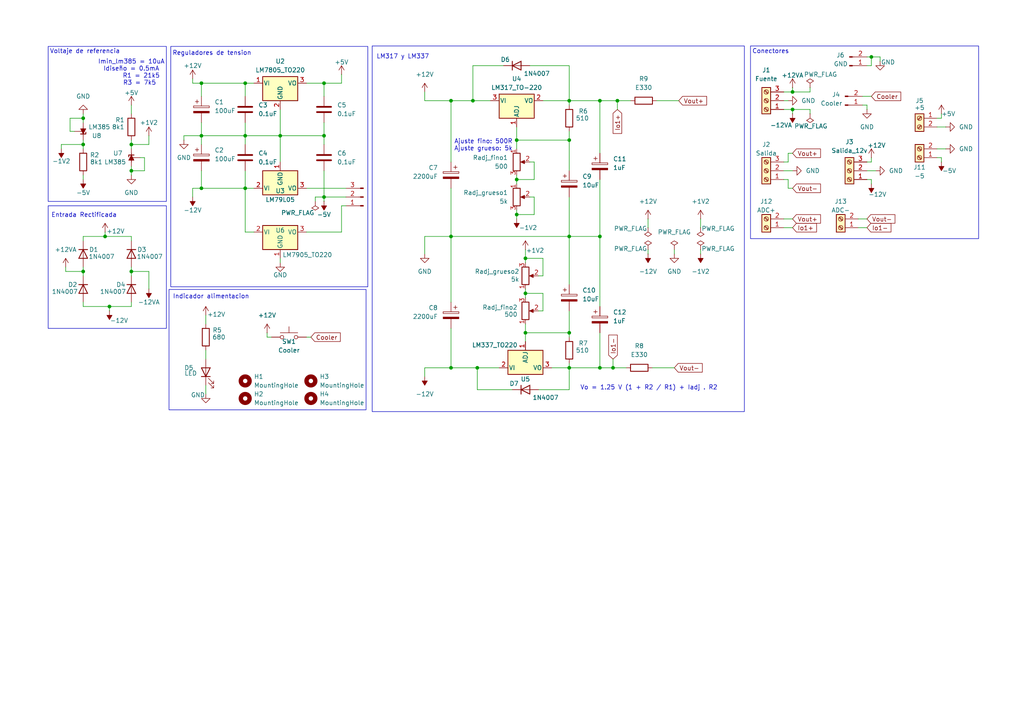
<source format=kicad_sch>
(kicad_sch (version 20231120) (generator "eeschema") (generator_version "8.0")
  (paper "A4")
  (junction (at 38.1 78.74))
  (junction (at 165.1 40.64))
  (junction (at 179.07 29.21))
  (junction (at 152.4 85.09))
  (junction (at 93.98 24.13))
  (junction (at 173.99 68.58))
  (junction (at 138.43 106.68))
  (junction (at 165.1 68.58))
  (junction (at 165.1 106.68))
  (junction (at 229.87 26.67))
  (junction (at 130.81 68.58))
  (junction (at 24.13 41.91))
  (junction (at 149.86 52.07))
  (junction (at 31.75 88.9))
  (junction (at 152.4 96.52))
  (junction (at 130.81 29.21))
  (junction (at 93.98 39.37))
  (junction (at 149.86 40.64))
  (junction (at 38.1 41.91))
  (junction (at 130.81 106.68))
  (junction (at 149.86 62.23))
  (junction (at 165.1 29.21))
  (junction (at 137.16 29.21))
  (junction (at 252.73 16.51))
  (junction (at 24.13 78.74))
  (junction (at 24.13 34.29))
  (junction (at 58.42 39.37))
  (junction (at 81.28 39.37))
  (junction (at 177.8 106.68))
  (junction (at 165.1 96.52))
  (junction (at 71.12 39.37))
  (junction (at 71.12 24.13))
  (junction (at 173.99 29.21))
  (junction (at 58.42 54.61))
  (junction (at 58.42 24.13))
  (junction (at 71.12 54.61))
  (junction (at 152.4 74.93))
  (junction (at 38.1 49.53))
  (junction (at 30.48 68.58))
  (junction (at 93.98 57.15))
  (junction (at 229.87 31.75))
  (junction (at 173.99 106.68))
  (wire (pts (xy 123.19 26.67) (xy 123.19 29.21)))
  (wire (pts (xy 138.43 106.68) (xy 138.43 113.03)))
  (wire (pts (xy 195.58 72.39) (xy 195.58 73.66)))
  (wire (pts (xy 149.86 36.83) (xy 149.86 40.64)))
  (wire (pts (xy 227.33 29.21) (xy 228.6 29.21)))
  (wire (pts (xy 165.1 68.58) (xy 165.1 82.55)))
  (wire (pts (xy 20.32 34.29) (xy 24.13 34.29)))
  (wire (pts (xy 71.12 39.37) (xy 81.28 39.37)))
  (wire (pts (xy 165.1 57.15) (xy 165.1 68.58)))
  (wire (pts (xy 250.19 30.48) (xy 251.46 30.48)))
  (wire (pts (xy 71.12 35.56) (xy 71.12 39.37)))
  (wire (pts (xy 99.06 24.13) (xy 93.98 24.13)))
  (wire (pts (xy 153.67 57.15) (xy 154.94 57.15)))
  (wire (pts (xy 229.87 26.67) (xy 227.33 26.67)))
  (wire (pts (xy 154.94 62.23) (xy 149.86 62.23)))
  (wire (pts (xy 173.99 52.07) (xy 173.99 68.58)))
  (wire (pts (xy 229.87 26.67) (xy 234.95 26.67)))
  (wire (pts (xy 58.42 49.53) (xy 58.42 54.61)))
  (wire (pts (xy 165.1 106.68) (xy 165.1 113.03)))
  (wire (pts (xy 137.16 19.05) (xy 137.16 29.21)))
  (wire (pts (xy 59.69 101.6) (xy 59.69 104.14)))
  (wire (pts (xy 30.48 68.58) (xy 38.1 68.58)))
  (wire (pts (xy 248.92 63.5) (xy 251.46 63.5)))
  (wire (pts (xy 153.67 19.05) (xy 165.1 19.05)))
  (wire (pts (xy 252.73 52.07) (xy 252.73 53.34)))
  (wire (pts (xy 203.2 72.39) (xy 203.2 73.66)))
  (wire (pts (xy 24.13 41.91) (xy 24.13 40.64)))
  (wire (pts (xy 71.12 54.61) (xy 71.12 67.31)))
  (wire (pts (xy 130.81 68.58) (xy 165.1 68.58)))
  (wire (pts (xy 24.13 78.74) (xy 24.13 80.01)))
  (wire (pts (xy 273.05 34.29) (xy 273.05 33.02)))
  (wire (pts (xy 173.99 44.45) (xy 173.99 29.21)))
  (wire (pts (xy 71.12 41.91) (xy 71.12 39.37)))
  (wire (pts (xy 152.4 93.98) (xy 152.4 96.52)))
  (wire (pts (xy 123.19 73.66) (xy 123.19 68.58)))
  (wire (pts (xy 165.1 105.41) (xy 165.1 106.68)))
  (wire (pts (xy 19.05 78.74) (xy 24.13 78.74)))
  (wire (pts (xy 91.44 58.42) (xy 91.44 57.15)))
  (wire (pts (xy 173.99 106.68) (xy 177.8 106.68)))
  (wire (pts (xy 38.1 30.48) (xy 38.1 33.02)))
  (wire (pts (xy 271.78 34.29) (xy 273.05 34.29)))
  (wire (pts (xy 228.6 44.45) (xy 228.6 46.99)))
  (wire (pts (xy 156.21 80.01) (xy 157.48 80.01)))
  (wire (pts (xy 228.6 44.45) (xy 229.87 44.45)))
  (wire (pts (xy 271.78 45.72) (xy 273.05 45.72)))
  (wire (pts (xy 234.95 26.67) (xy 234.95 25.4)))
  (wire (pts (xy 123.19 68.58) (xy 130.81 68.58)))
  (wire (pts (xy 58.42 24.13) (xy 58.42 27.94)))
  (wire (pts (xy 81.28 39.37) (xy 81.28 46.99)))
  (wire (pts (xy 93.98 57.15) (xy 93.98 58.42)))
  (wire (pts (xy 165.1 19.05) (xy 165.1 29.21)))
  (wire (pts (xy 58.42 24.13) (xy 71.12 24.13)))
  (wire (pts (xy 165.1 113.03) (xy 156.21 113.03)))
  (wire (pts (xy 165.1 40.64) (xy 165.1 49.53)))
  (wire (pts (xy 165.1 29.21) (xy 165.1 30.48)))
  (wire (pts (xy 229.87 31.75) (xy 229.87 33.02)))
  (wire (pts (xy 177.8 106.68) (xy 181.61 106.68)))
  (wire (pts (xy 273.05 45.72) (xy 273.05 46.99)))
  (wire (pts (xy 71.12 49.53) (xy 71.12 54.61)))
  (wire (pts (xy 88.9 97.79) (xy 90.17 97.79)))
  (wire (pts (xy 227.33 66.04) (xy 229.87 66.04)))
  (wire (pts (xy 24.13 68.58) (xy 30.48 68.58)))
  (wire (pts (xy 38.1 87.63) (xy 38.1 88.9)))
  (wire (pts (xy 24.13 88.9) (xy 31.75 88.9)))
  (wire (pts (xy 149.86 40.64) (xy 165.1 40.64)))
  (wire (pts (xy 81.28 39.37) (xy 93.98 39.37)))
  (wire (pts (xy 77.47 97.79) (xy 78.74 97.79)))
  (wire (pts (xy 165.1 106.68) (xy 173.99 106.68)))
  (wire (pts (xy 41.91 45.72) (xy 41.91 49.53)))
  (wire (pts (xy 58.42 39.37) (xy 71.12 39.37)))
  (wire (pts (xy 228.6 54.61) (xy 229.87 54.61)))
  (wire (pts (xy 154.94 46.99) (xy 154.94 52.07)))
  (wire (pts (xy 227.33 52.07) (xy 228.6 52.07)))
  (wire (pts (xy 17.78 41.91) (xy 17.78 43.18)))
  (wire (pts (xy 20.32 38.1) (xy 20.32 34.29)))
  (wire (pts (xy 59.69 91.44) (xy 59.69 93.98)))
  (wire (pts (xy 59.69 111.76) (xy 59.69 114.3)))
  (wire (pts (xy 81.28 31.75) (xy 81.28 39.37)))
  (wire (pts (xy 38.1 40.64) (xy 38.1 41.91)))
  (wire (pts (xy 250.19 27.94) (xy 252.73 27.94)))
  (wire (pts (xy 252.73 16.51) (xy 255.27 16.51)))
  (wire (pts (xy 93.98 39.37) (xy 93.98 41.91)))
  (wire (pts (xy 41.91 49.53) (xy 38.1 49.53)))
  (wire (pts (xy 157.48 74.93) (xy 152.4 74.93)))
  (wire (pts (xy 38.1 78.74) (xy 38.1 80.01)))
  (wire (pts (xy 173.99 88.9) (xy 173.99 68.58)))
  (wire (pts (xy 157.48 90.17) (xy 157.48 85.09)))
  (wire (pts (xy 156.21 90.17) (xy 157.48 90.17)))
  (wire (pts (xy 100.33 59.69) (xy 99.06 59.69)))
  (wire (pts (xy 138.43 113.03) (xy 148.59 113.03)))
  (wire (pts (xy 93.98 27.94) (xy 93.98 24.13)))
  (wire (pts (xy 154.94 52.07) (xy 149.86 52.07)))
  (wire (pts (xy 203.2 63.5) (xy 203.2 66.04)))
  (wire (pts (xy 30.48 67.31) (xy 30.48 68.58)))
  (wire (pts (xy 251.46 30.48) (xy 251.46 31.75)))
  (wire (pts (xy 179.07 29.21) (xy 182.88 29.21)))
  (wire (pts (xy 165.1 106.68) (xy 160.02 106.68)))
  (wire (pts (xy 229.87 31.75) (xy 234.95 31.75)))
  (wire (pts (xy 152.4 74.93) (xy 152.4 76.2)))
  (wire (pts (xy 24.13 43.18) (xy 24.13 41.91)))
  (wire (pts (xy 73.66 67.31) (xy 71.12 67.31)))
  (wire (pts (xy 71.12 54.61) (xy 73.66 54.61)))
  (wire (pts (xy 255.27 16.51) (xy 255.27 17.78)))
  (wire (pts (xy 187.96 72.39) (xy 187.96 73.66)))
  (wire (pts (xy 251.46 46.99) (xy 252.73 46.99)))
  (wire (pts (xy 152.4 83.82) (xy 152.4 85.09)))
  (wire (pts (xy 43.18 83.82) (xy 43.18 78.74)))
  (wire (pts (xy 138.43 106.68) (xy 144.78 106.68)))
  (wire (pts (xy 24.13 50.8) (xy 24.13 52.07)))
  (wire (pts (xy 152.4 96.52) (xy 165.1 96.52)))
  (wire (pts (xy 130.81 54.61) (xy 130.81 68.58)))
  (wire (pts (xy 254 49.53) (xy 251.46 49.53)))
  (wire (pts (xy 251.46 19.05) (xy 252.73 19.05)))
  (wire (pts (xy 38.1 41.91) (xy 38.1 43.18)))
  (wire (pts (xy 58.42 54.61) (xy 71.12 54.61)))
  (wire (pts (xy 149.86 50.8) (xy 149.86 52.07)))
  (wire (pts (xy 153.67 46.99) (xy 154.94 46.99)))
  (wire (pts (xy 248.92 66.04) (xy 251.46 66.04)))
  (wire (pts (xy 137.16 29.21) (xy 142.24 29.21)))
  (wire (pts (xy 55.88 22.86) (xy 55.88 24.13)))
  (wire (pts (xy 227.33 49.53) (xy 229.87 49.53)))
  (wire (pts (xy 58.42 39.37) (xy 58.42 41.91)))
  (wire (pts (xy 173.99 29.21) (xy 165.1 29.21)))
  (wire (pts (xy 88.9 54.61) (xy 100.33 54.61)))
  (wire (pts (xy 227.33 46.99) (xy 228.6 46.99)))
  (wire (pts (xy 252.73 19.05) (xy 252.73 16.51)))
  (wire (pts (xy 81.28 76.2) (xy 81.28 74.93)))
  (wire (pts (xy 227.33 31.75) (xy 229.87 31.75)))
  (wire (pts (xy 58.42 35.56) (xy 58.42 39.37)))
  (wire (pts (xy 130.81 29.21) (xy 137.16 29.21)))
  (wire (pts (xy 55.88 54.61) (xy 58.42 54.61)))
  (wire (pts (xy 251.46 52.07) (xy 252.73 52.07)))
  (wire (pts (xy 229.87 25.4) (xy 229.87 26.67)))
  (wire (pts (xy 24.13 78.74) (xy 24.13 77.47)))
  (wire (pts (xy 152.4 72.39) (xy 152.4 74.93)))
  (wire (pts (xy 157.48 80.01) (xy 157.48 74.93)))
  (wire (pts (xy 130.81 106.68) (xy 138.43 106.68)))
  (wire (pts (xy 38.1 49.53) (xy 38.1 50.8)))
  (wire (pts (xy 173.99 29.21) (xy 179.07 29.21)))
  (wire (pts (xy 165.1 96.52) (xy 165.1 97.79)))
  (wire (pts (xy 38.1 68.58) (xy 38.1 69.85)))
  (wire (pts (xy 173.99 96.52) (xy 173.99 106.68)))
  (wire (pts (xy 24.13 87.63) (xy 24.13 88.9)))
  (wire (pts (xy 165.1 90.17) (xy 165.1 96.52)))
  (wire (pts (xy 123.19 29.21) (xy 130.81 29.21)))
  (wire (pts (xy 149.86 62.23) (xy 149.86 63.5)))
  (wire (pts (xy 252.73 16.51) (xy 251.46 16.51)))
  (wire (pts (xy 71.12 24.13) (xy 73.66 24.13)))
  (wire (pts (xy 43.18 41.91) (xy 38.1 41.91)))
  (wire (pts (xy 93.98 35.56) (xy 93.98 39.37)))
  (wire (pts (xy 187.96 63.5) (xy 187.96 66.04)))
  (wire (pts (xy 149.86 52.07) (xy 149.86 53.34)))
  (wire (pts (xy 177.8 104.14) (xy 177.8 106.68)))
  (wire (pts (xy 53.34 39.37) (xy 58.42 39.37)))
  (wire (pts (xy 189.23 106.68) (xy 195.58 106.68)))
  (wire (pts (xy 157.48 85.09) (xy 152.4 85.09)))
  (wire (pts (xy 31.75 88.9) (xy 38.1 88.9)))
  (wire (pts (xy 130.81 29.21) (xy 130.81 46.99)))
  (wire (pts (xy 165.1 38.1) (xy 165.1 40.64)))
  (wire (pts (xy 43.18 39.37) (xy 43.18 41.91)))
  (wire (pts (xy 55.88 57.15) (xy 55.88 54.61)))
  (wire (pts (xy 31.75 90.17) (xy 31.75 88.9)))
  (wire (pts (xy 227.33 63.5) (xy 229.87 63.5)))
  (wire (pts (xy 88.9 67.31) (xy 99.06 67.31)))
  (wire (pts (xy 123.19 106.68) (xy 130.81 106.68)))
  (wire (pts (xy 149.86 40.64) (xy 149.86 43.18)))
  (wire (pts (xy 130.81 68.58) (xy 130.81 87.63)))
  (wire (pts (xy 130.81 95.25) (xy 130.81 106.68)))
  (wire (pts (xy 93.98 24.13) (xy 88.9 24.13)))
  (wire (pts (xy 152.4 99.06) (xy 152.4 96.52)))
  (wire (pts (xy 252.73 46.99) (xy 252.73 45.72)))
  (wire (pts (xy 24.13 69.85) (xy 24.13 68.58)))
  (wire (pts (xy 123.19 109.22) (xy 123.19 106.68)))
  (wire (pts (xy 173.99 68.58) (xy 165.1 68.58)))
  (wire (pts (xy 91.44 57.15) (xy 93.98 57.15)))
  (wire (pts (xy 152.4 85.09) (xy 152.4 86.36)))
  (wire (pts (xy 149.86 60.96) (xy 149.86 62.23)))
  (wire (pts (xy 71.12 24.13) (xy 71.12 27.94)))
  (wire (pts (xy 21.59 38.1) (xy 20.32 38.1)))
  (wire (pts (xy 77.47 96.52) (xy 77.47 97.79)))
  (wire (pts (xy 234.95 31.75) (xy 234.95 33.02)))
  (wire (pts (xy 157.48 29.21) (xy 165.1 29.21)))
  (wire (pts (xy 38.1 48.26) (xy 38.1 49.53)))
  (wire (pts (xy 53.34 40.64) (xy 53.34 39.37)))
  (wire (pts (xy 179.07 31.75) (xy 179.07 29.21)))
  (wire (pts (xy 19.05 77.47) (xy 19.05 78.74)))
  (wire (pts (xy 24.13 33.02) (xy 24.13 34.29)))
  (wire (pts (xy 17.78 41.91) (xy 24.13 41.91)))
  (wire (pts (xy 137.16 19.05) (xy 146.05 19.05)))
  (wire (pts (xy 43.18 78.74) (xy 38.1 78.74)))
  (wire (pts (xy 38.1 77.47) (xy 38.1 78.74)))
  (wire (pts (xy 55.88 24.13) (xy 58.42 24.13)))
  (wire (pts (xy 40.64 45.72) (xy 41.91 45.72)))
  (wire (pts (xy 274.32 43.18) (xy 271.78 43.18)))
  (wire (pts (xy 99.06 21.59) (xy 99.06 24.13)))
  (wire (pts (xy 274.32 36.83) (xy 271.78 36.83)))
  (wire (pts (xy 228.6 54.61) (xy 228.6 52.07)))
  (wire (pts (xy 93.98 57.15) (xy 100.33 57.15)))
  (wire (pts (xy 190.5 29.21) (xy 196.85 29.21)))
  (wire (pts (xy 99.06 59.69) (xy 99.06 67.31)))
  (wire (pts (xy 154.94 57.15) (xy 154.94 62.23)))
  (wire (pts (xy 93.98 49.53) (xy 93.98 57.15)))
  (wire (pts (xy 24.13 34.29) (xy 24.13 35.56)))
  (rectangle (start 217.678 13.335) (end 283.845 69.215))
  (rectangle (start 13.97 13.462) (end 48.26 58.42))
  (rectangle (start 13.97 59.69) (end 48.26 95.25))
  (rectangle (start 107.95 13.335) (end 215.9 119.38))
  (rectangle (start 49.53 13.462) (end 106.68 83.185))
  (rectangle (start 49.022 83.947) (end 106.172 118.872))
  (text "Indicador alimentacion" (at 61.214 86.106 0) (effects (font (size 1.27 1.27))))
  (text "Vo = 1.25 V (1 + R2 / R1) + Iadj . R2" (at 188.214 112.522 0) (effects (font (size 1.27 1.27))))
  (text "LM317 y LM337" (at 116.84 16.51 0) (effects (font (size 1.27 1.27))))
  (text "Voltaje de referencia\n" (at 24.638 14.986 0) (effects (font (size 1.27 1.27))))
  (text "Imin_lm385 = 10uA\nIdiseño = 0.5mA\n	 R1 = 21k5\n	R3 = 7k5\n" (at 38.1 21.082 0) (effects (font (size 1.27 1.27))))
  (text "Reguladores de tension\n" (at 61.468 15.494 0) (effects (font (size 1.27 1.27))))
  (text "Entrada Rectificada" (at 24.384 62.484 0) (effects (font (size 1.27 1.27))))
  (text "Ajuste fino: 500R\nAjuste grueso: 5k" (at 140.208 42.164 0) (effects (font (size 1.27 1.27))))
  (text "Conectores" (at 223.52 14.986 0) (effects (font (size 1.27 1.27))))
  (global_label "Vout+" (shape input) (at 196.85 29.21 0) (property "Intersheetrefs" "${INTERSHEET_REFS}" (effects (hide yes))))
  (global_label "Io1+" (shape input) (at 179.07 31.75 270) (property "Intersheetrefs" "${INTERSHEET_REFS}" (effects (hide yes))))
  (global_label "Vout-" (shape input) (at 229.87 54.61 0) (property "Intersheetrefs" "${INTERSHEET_REFS}" (effects (hide yes))))
  (global_label "Io1-" (shape input) (at 251.46 66.04 0) (property "Intersheetrefs" "${INTERSHEET_REFS}" (effects (hide yes))))
  (global_label "Vout+" (shape input) (at 229.87 44.45 0) (property "Intersheetrefs" "${INTERSHEET_REFS}" (effects (hide yes))))
  (global_label "Cooler" (shape input) (at 252.73 27.94 0) (property "Intersheetrefs" "${INTERSHEET_REFS}" (effects (hide yes))))
  (global_label "Vout-" (shape input) (at 251.46 63.5 0) (property "Intersheetrefs" "${INTERSHEET_REFS}" (effects (hide yes))))
  (global_label "Io1+" (shape input) (at 229.87 66.04 0) (property "Intersheetrefs" "${INTERSHEET_REFS}" (effects (hide yes))))
  (global_label "Io1-" (shape input) (at 177.8 104.14 90) (property "Intersheetrefs" "${INTERSHEET_REFS}" (effects (hide yes))))
  (global_label "Vout-" (shape input) (at 195.58 106.68 0) (property "Intersheetrefs" "${INTERSHEET_REFS}" (effects (hide yes))))
  (global_label "Cooler" (shape input) (at 90.17 97.79 0) (property "Intersheetrefs" "${INTERSHEET_REFS}" (effects (hide yes))))
  (global_label "Vout+" (shape input) (at 229.87 63.5 0) (property "Intersheetrefs" "${INTERSHEET_REFS}" (effects (hide yes))))
  (symbol (lib_id "Mechanical:MountingHole") (at 90.17 110.49 0) (unit 1) (exclude_from_sim yes) (in_bom no)
    (property "Reference" "H3" (at 92.71 109.2199 0) (effects (justify left)))
    (property "Value" "MountingHole" (at 92.71 111.7599 0) (effects (justify left)))
    (property "Footprint" "MountingHole:MountingHole_3.2mm_M3" (effects (hide yes)))
    (property "Description" "Mounting Hole without connection" (effects (hide yes)))
  )
  (symbol (lib_id "power:+1V2") (at 203.2 63.5 0) (unit 1)
    (property "Reference" "#PWR026" (effects (hide yes)))
    (property "Value" "+1V2" (at 203.2 58.42 0))
    (property "Description" "Power symbol creates a global label with name \"+1V2\"" (effects (hide yes)))
  )
  (symbol (lib_id "power:-12VA") (at 43.18 83.82 180) (unit 1)
    (property "Reference" "#PWR09" (effects (hide yes)))
    (property "Value" "-12VA" (at 43.18 87.63 0))
    (property "Description" "Power symbol creates a global label with name \"-12VA\"" (effects (hide yes)))
  )
  (symbol (lib_id "Device:R") (at 24.13 46.99 0) (mirror y) (unit 1)
    (property "Reference" "R2" (at 27.432 44.958 0))
    (property "Value" "8k1" (at 27.94 46.99 0))
    (property "Footprint" "Resistor_THT:R_Axial_DIN0207_L6.3mm_D2.5mm_P5.08mm_Vertical" (effects (hide yes)))
    (property "Description" "Resistor" (effects (hide yes)))
  )
  (symbol (lib_id "power:-5V") (at 93.98 58.42 180) (unit 1)
    (property "Reference" "#PWR016" (effects (hide yes)))
    (property "Value" "-5V" (at 93.98 62.23 0))
    (property "Description" "Power symbol creates a global label with name \"-5V\"" (effects (hide yes)))
  )
  (symbol (lib_id "Reference_Voltage:TL431LP") (at 24.13 38.1 90) (mirror x) (unit 1)
    (property "Reference" "U8" (at 26.67 39.3701 90) (effects (justify right)))
    (property "Value" "LM385" (at 25.654 36.83 90) (effects (justify right)))
    (property "Footprint" "Package_TO_SOT_THT:TO-92_Inline" (effects (hide yes)))
    (property "Datasheet" "http://www.ti.com/lit/ds/symlink/tl431.pdf" (effects (hide yes)))
    (property "Description" "Shunt Regulator, TO-92" (effects (hide yes)))
  )
  (symbol (lib_id "Device:R_Potentiometer") (at 149.86 46.99 0) (unit 1)
    (property "Reference" "Radj_fino1" (at 147.32 45.7199 0) (effects (justify right)))
    (property "Value" "500" (at 147.32 48.2599 0) (effects (justify right)))
    (property "Footprint" "Connector_PinHeader_2.54mm:PinHeader_1x03_P2.54mm_Vertical" (effects (hide yes)))
    (property "Description" "Potentiometer" (effects (hide yes)))
  )
  (symbol (lib_id "power:+12V") (at 77.47 96.52 0) (unit 1)
    (property "Reference" "#PWR015" (effects (hide yes)))
    (property "Value" "+12V" (at 77.47 91.44 0))
    (property "Description" "Power symbol creates a global label with name \"+12V\"" (effects (hide yes)))
  )
  (symbol (lib_id "Regulator_Linear:LM337_TO220") (at 152.4 106.68 0) (unit 1)
    (property "Reference" "U5" (at 152.4 109.982 0))
    (property "Value" "LM337_TO220" (at 143.51 100.076 0))
    (property "Footprint" "Package_TO_SOT_THT:TO-220-3_Vertical" (effects (hide yes)))
    (property "Datasheet" "http://www.ti.com/lit/ds/symlink/lm337-n.pdf" (effects (hide yes)))
    (property "Description" "Negative 1.5A 35V Adjustable Linear Regulator, TO-220" (effects (hide yes)))
  )
  (symbol (lib_id "power:GND") (at 24.13 33.02 180) (unit 1)
    (property "Reference" "#PWR046" (effects (hide yes)))
    (property "Value" "GND" (at 24.13 27.94 0))
    (property "Description" "Power symbol creates a global label with name \"GND\" , ground" (effects (hide yes)))
  )
  (symbol (lib_id "Device:R") (at 165.1 101.6 0) (mirror y) (unit 1)
    (property "Reference" "R7" (at 169.164 99.568 0))
    (property "Value" "510" (at 168.91 101.6 0))
    (property "Footprint" "Resistor_THT:R_Axial_DIN0207_L6.3mm_D2.5mm_P10.16mm_Horizontal" (effects (hide yes)))
    (property "Description" "Resistor" (effects (hide yes)))
  )
  (symbol (lib_id "Connector:Screw_Terminal_01x02") (at 266.7 34.29 0) (mirror y) (unit 1)
    (property "Reference" "J5" (at 266.7 29.21 0))
    (property "Value" "+5" (at 266.7 31.242 0))
    (property "Footprint" "TerminalBlock_Phoenix:TerminalBlock_Phoenix_MKDS-1,5-2-5.08_1x02_P5.08mm_Horizontal" (effects (hide yes)))
    (property "Description" "Generic screw terminal, single row, 01x02, script generated (kicad-library-utils/schlib/autogen/connector/)" (effects (hide yes)))
  )
  (symbol (lib_id "Connector:Screw_Terminal_01x02") (at 222.25 66.04 180) (unit 1)
    (property "Reference" "J12" (at 222.25 58.42 0))
    (property "Value" "ADC+" (at 222.25 60.96 0))
    (property "Footprint" "TerminalBlock_Phoenix:TerminalBlock_Phoenix_MKDS-1,5-2-5.08_1x02_P5.08mm_Horizontal" (effects (hide yes)))
    (property "Description" "Generic screw terminal, single row, 01x02, script generated (kicad-library-utils/schlib/autogen/connector/)" (effects (hide yes)))
  )
  (symbol (lib_id "power:-12V") (at 187.96 73.66 180) (unit 1)
    (property "Reference" "#PWR024" (effects (hide yes)))
    (property "Value" "-12V" (at 187.96 78.74 0))
    (property "Description" "Power symbol creates a global label with name \"-12V\"" (effects (hide yes)))
  )
  (symbol (lib_id "power:+12V") (at 30.48 67.31 0) (unit 1)
    (property "Reference" "#PWR04" (effects (hide yes)))
    (property "Value" "+12V" (at 33.528 67.056 0))
    (property "Description" "Power symbol creates a global label with name \"+12V\"" (effects (hide yes)))
  )
  (symbol (lib_id "Diode:1N4007") (at 38.1 83.82 270) (unit 1)
    (property "Reference" "D4" (at 35.052 82.55 90))
    (property "Value" "1N4007" (at 32.766 84.582 90))
    (property "Footprint" "Diode_THT:D_DO-41_SOD81_P10.16mm_Horizontal" (effects (hide yes)))
    (property "Datasheet" "http://www.vishay.com/docs/88503/1n4001.pdf" (effects (hide yes)))
    (property "Description" "1000V 1A General Purpose Rectifier Diode, DO-41" (effects (hide yes)))
    (property "Sim.Device" "D" (effects (hide yes)))
    (property "Sim.Pins" "1=K 2=A" (effects (hide yes)))
  )
  (symbol (lib_id "power:+12V") (at 123.19 26.67 0) (unit 1)
    (property "Reference" "#PWR018" (effects (hide yes)))
    (property "Value" "+12V" (at 123.19 21.59 0))
    (property "Description" "Power symbol creates a global label with name \"+12V\"" (effects (hide yes)))
  )
  (symbol (lib_id "Regulator_Linear:LM7805_TO220") (at 81.28 24.13 0) (unit 1)
    (property "Reference" "U2" (at 81.28 17.78 0))
    (property "Value" "LM7805_TO220" (at 81.28 20.32 0))
    (property "Footprint" "Package_TO_SOT_THT:TO-220-3_Vertical" (effects (hide yes)))
    (property "Datasheet" "https://www.onsemi.cn/PowerSolutions/document/MC7800-D.PDF" (effects (hide yes)))
    (property "Description" "Positive 1A 35V Linear Regulator, Fixed Output 5V, TO-220" (effects (hide yes)))
  )
  (symbol (lib_id "power:PWR_FLAG") (at 187.96 66.04 180) (unit 1)
    (property "Reference" "#FLG01" (effects (hide yes)))
    (property "Value" "PWR_FLAG" (at 182.88 66.294 0))
    (property "Description" "Special symbol for telling ERC where power comes from" (effects (hide yes)))
  )
  (symbol (lib_id "power:+12V") (at 55.88 22.86 0) (unit 1)
    (property "Reference" "#PWR011" (effects (hide yes)))
    (property "Value" "+12V" (at 55.88 19.05 0))
    (property "Description" "Power symbol creates a global label with name \"+12V\"" (effects (hide yes)))
  )
  (symbol (lib_id "power:+12VA") (at 229.87 25.4 0) (unit 1)
    (property "Reference" "#PWR029" (effects (hide yes)))
    (property "Value" "+12VA" (at 229.87 21.844 0))
    (property "Description" "Power symbol creates a global label with name \"+12VA\"" (effects (hide yes)))
  )
  (symbol (lib_id "Device:R_Potentiometer") (at 152.4 90.17 0) (mirror x) (unit 1)
    (property "Reference" "Radj_fino2" (at 150.114 89.154 0) (effects (justify right)))
    (property "Value" "500" (at 150.114 91.1861 0) (effects (justify right)))
    (property "Footprint" "Connector_PinHeader_2.54mm:PinHeader_1x03_P2.54mm_Vertical" (effects (hide yes)))
    (property "Description" "Potentiometer" (effects (hide yes)))
  )
  (symbol (lib_id "Connector:Screw_Terminal_01x02") (at 266.7 45.72 180) (unit 1)
    (property "Reference" "J11" (at 266.7 48.514 0))
    (property "Value" "-5" (at 266.7 51.054 0))
    (property "Footprint" "TerminalBlock_Phoenix:TerminalBlock_Phoenix_MKDS-1,5-2-5.08_1x02_P5.08mm_Horizontal" (effects (hide yes)))
    (property "Description" "Generic screw terminal, single row, 01x02, script generated (kicad-library-utils/schlib/autogen/connector/)" (effects (hide yes)))
  )
  (symbol (lib_id "Diode:1N4007") (at 38.1 73.66 90) (mirror x) (unit 1)
    (property "Reference" "D3" (at 41.148 72.39 90))
    (property "Value" "1N4007" (at 43.434 74.422 90))
    (property "Footprint" "Diode_THT:D_DO-41_SOD81_P10.16mm_Horizontal" (effects (hide yes)))
    (property "Datasheet" "http://www.vishay.com/docs/88503/1n4001.pdf" (effects (hide yes)))
    (property "Description" "1000V 1A General Purpose Rectifier Diode, DO-41" (effects (hide yes)))
    (property "Sim.Device" "D" (effects (hide yes)))
    (property "Sim.Pins" "1=K 2=A" (effects (hide yes)))
  )
  (symbol (lib_id "Diode:1N4007") (at 152.4 113.03 0) (unit 1)
    (property "Reference" "D7" (at 149.098 111.252 0))
    (property "Value" "1N4007" (at 158.242 115.316 0))
    (property "Footprint" "Diode_THT:D_DO-41_SOD81_P10.16mm_Horizontal" (effects (hide yes)))
    (property "Datasheet" "http://www.vishay.com/docs/88503/1n4001.pdf" (effects (hide yes)))
    (property "Description" "1000V 1A General Purpose Rectifier Diode, DO-41" (effects (hide yes)))
    (property "Sim.Device" "D" (effects (hide yes)))
    (property "Sim.Pins" "1=K 2=A" (effects (hide yes)))
  )
  (symbol (lib_id "Mechanical:MountingHole") (at 71.12 115.57 0) (unit 1) (exclude_from_sim yes) (in_bom no)
    (property "Reference" "H2" (at 73.66 114.2999 0) (effects (justify left)))
    (property "Value" "MountingHole" (at 73.66 116.8399 0) (effects (justify left)))
    (property "Footprint" "MountingHole:MountingHole_3.2mm_M3" (effects (hide yes)))
    (property "Description" "Mounting Hole without connection" (effects (hide yes)))
  )
  (symbol (lib_id "power:-12V") (at 123.19 109.22 180) (unit 1)
    (property "Reference" "#PWR020" (effects (hide yes)))
    (property "Value" "-12V" (at 123.19 114.3 0))
    (property "Description" "Power symbol creates a global label with name \"-12V\"" (effects (hide yes)))
  )
  (symbol (lib_id "Device:C") (at 93.98 45.72 0) (unit 1)
    (property "Reference" "C6" (at 97.79 44.4499 0) (effects (justify left)))
    (property "Value" "0,1uF" (at 97.79 46.9899 0) (effects (justify left)))
    (property "Footprint" "Capacitor_THT:C_Disc_D3.0mm_W2.0mm_P2.50mm" (effects (hide yes)))
    (property "Description" "Unpolarized capacitor" (effects (hide yes)))
  )
  (symbol (lib_id "power:+12V") (at 252.73 45.72 0) (unit 1)
    (property "Reference" "#PWR032" (effects (hide yes)))
    (property "Value" "+12V" (at 254.254 42.164 0))
    (property "Description" "Power symbol creates a global label with name \"+12V\"" (effects (hide yes)))
  )
  (symbol (lib_id "power:GND") (at 251.46 31.75 0) (unit 1)
    (property "Reference" "#PWR035" (effects (hide yes)))
    (property "Value" "GND" (at 251.46 36.83 0))
    (property "Description" "Power symbol creates a global label with name \"GND\" , ground" (effects (hide yes)))
  )
  (symbol (lib_id "Device:R_Potentiometer") (at 152.4 80.01 0) (mirror x) (unit 1)
    (property "Reference" "Radj_grueso2" (at 150.622 78.74 0) (effects (justify right)))
    (property "Value" "5k" (at 150.622 81.0261 0) (effects (justify right)))
    (property "Footprint" "Connector_PinHeader_2.54mm:PinHeader_1x03_P2.54mm_Vertical" (effects (hide yes)))
    (property "Description" "Potentiometer" (effects (hide yes)))
  )
  (symbol (lib_id "Device:R") (at 59.69 97.79 180) (unit 1)
    (property "Reference" "R5" (at 62.992 95.758 0))
    (property "Value" "680" (at 63.5 97.79 0))
    (property "Footprint" "Resistor_THT:R_Axial_DIN0207_L6.3mm_D2.5mm_P10.16mm_Horizontal" (effects (hide yes)))
    (property "Description" "Resistor" (effects (hide yes)))
  )
  (symbol (lib_id "power:-12V") (at 31.75 90.17 180) (unit 1)
    (property "Reference" "#PWR05" (effects (hide yes)))
    (property "Value" "-12V" (at 34.544 92.964 0))
    (property "Description" "Power symbol creates a global label with name \"-12V\"" (effects (hide yes)))
  )
  (symbol (lib_id "power:-5V") (at 24.13 52.07 180) (unit 1)
    (property "Reference" "#PWR048" (effects (hide yes)))
    (property "Value" "-5V" (at 24.13 55.88 0))
    (property "Description" "Power symbol creates a global label with name \"-5V\"" (effects (hide yes)))
  )
  (symbol (lib_id "power:+5V") (at 38.1 30.48 0) (unit 1)
    (property "Reference" "#PWR044" (effects (hide yes)))
    (property "Value" "+5V" (at 38.1 26.924 0))
    (property "Description" "Power symbol creates a global label with name \"+5V\"" (effects (hide yes)))
  )
  (symbol (lib_id "power:GND") (at 274.32 43.18 90) (unit 1)
    (property "Reference" "#PWR02" (effects (hide yes)))
    (property "Value" "GND" (at 278.13 43.1799 90) (effects (justify right)))
    (property "Description" "Power symbol creates a global label with name \"GND\" , ground" (effects (hide yes)))
  )
  (symbol (lib_id "power:GND") (at 53.34 40.64 0) (unit 1)
    (property "Reference" "#PWR010" (effects (hide yes)))
    (property "Value" "GND" (at 53.34 45.72 0))
    (property "Description" "Power symbol creates a global label with name \"GND\" , ground" (effects (hide yes)))
  )
  (symbol (lib_id "power:-5V") (at 273.05 46.99 180) (unit 1)
    (property "Reference" "#PWR037" (effects (hide yes)))
    (property "Value" "-5V" (at 275.336 49.53 0))
    (property "Description" "Power symbol creates a global label with name \"-5V\"" (effects (hide yes)))
  )
  (symbol (lib_id "Regulator_Linear:L7905") (at 81.28 54.61 0) (unit 1)
    (property "Reference" "U3" (at 81.28 55.372 0))
    (property "Value" "LM79L05" (at 81.28 57.912 0))
    (property "Footprint" "Package_TO_SOT_THT:TO-92_Inline" (effects (hide yes)))
    (property "Datasheet" "http://www.st.com/content/ccc/resource/technical/document/datasheet/c9/16/86/41/c7/2b/45/f2/CD00000450.pdf/files/CD00000450.pdf/jcr:content/translations/en.CD00000450.pdf" (effects (hide yes)))
    (property "Description" "Negative 1.5A 35V Linear Regulator, Fixed Output -5V, TO-220/TO-263" (effects (hide yes)))
  )
  (symbol (lib_id "power:+12V") (at 59.69 91.44 0) (unit 1)
    (property "Reference" "#PWR03" (effects (hide yes)))
    (property "Value" "+12V" (at 62.738 91.186 0))
    (property "Description" "Power symbol creates a global label with name \"+12V\"" (effects (hide yes)))
  )
  (symbol (lib_id "power:PWR_FLAG") (at 234.95 25.4 0) (unit 1)
    (property "Reference" "#FLG06" (effects (hide yes)))
    (property "Value" "PWR_FLAG" (at 237.998 21.59 0))
    (property "Description" "Special symbol for telling ERC where power comes from" (effects (hide yes)))
  )
  (symbol (lib_id "Connector:Screw_Terminal_01x03") (at 222.25 49.53 180) (unit 1)
    (property "Reference" "J2" (at 222.25 41.91 0))
    (property "Value" "Salida" (at 222.25 44.45 0))
    (property "Footprint" "TerminalBlock_Phoenix:TerminalBlock_Phoenix_MKDS-1,5-3-5.08_1x03_P5.08mm_Horizontal" (effects (hide yes)))
    (property "Description" "Generic screw terminal, single row, 01x03, script generated (kicad-library-utils/schlib/autogen/connector/)" (effects (hide yes)))
  )
  (symbol (lib_id "Device:LED") (at 59.69 107.95 90) (unit 1)
    (property "Reference" "D5" (at 56.134 106.68 90) (effects (justify left)))
    (property "Value" "LED" (at 57.15 108.2676 90) (effects (justify left)))
    (property "Footprint" "LED_THT:LED_D5.0mm" (effects (hide yes)))
    (property "Description" "Light emitting diode" (effects (hide yes)))
  )
  (symbol (lib_id "Connector:Screw_Terminal_01x03") (at 246.38 49.53 180) (unit 1)
    (property "Reference" "J3" (at 246.38 41.148 0))
    (property "Value" "Salida_12v" (at 246.38 43.688 0))
    (property "Footprint" "TerminalBlock_Phoenix:TerminalBlock_Phoenix_MKDS-1,5-3-5.08_1x03_P5.08mm_Horizontal" (effects (hide yes)))
    (property "Description" "Generic screw terminal, single row, 01x03, script generated (kicad-library-utils/schlib/autogen/connector/)" (effects (hide yes)))
  )
  (symbol (lib_id "Device:R") (at 165.1 34.29 0) (mirror y) (unit 1)
    (property "Reference" "R6" (at 169.164 32.258 0))
    (property "Value" "510" (at 168.91 34.29 0))
    (property "Footprint" "Resistor_THT:R_Axial_DIN0207_L6.3mm_D2.5mm_P2.54mm_Vertical" (effects (hide yes)))
    (property "Description" "Resistor" (effects (hide yes)))
  )
  (symbol (lib_id "Mechanical:MountingHole") (at 90.17 115.57 0) (unit 1) (exclude_from_sim yes) (in_bom no)
    (property "Reference" "H4" (at 92.71 114.2999 0) (effects (justify left)))
    (property "Value" "MountingHole" (at 92.71 116.8399 0) (effects (justify left)))
    (property "Footprint" "MountingHole:MountingHole_3.2mm_M3" (effects (hide yes)))
    (property "Description" "Mounting Hole without connection" (effects (hide yes)))
  )
  (symbol (lib_id "power:-12VA") (at 229.87 33.02 180) (unit 1)
    (property "Reference" "#PWR030" (effects (hide yes)))
    (property "Value" "-12VA" (at 226.568 36.322 0))
    (property "Description" "Power symbol creates a global label with name \"-12VA\"" (effects (hide yes)))
  )
  (symbol (lib_id "Connector:Conn_01x02_Pin") (at 246.38 19.05 0) (mirror x) (unit 1)
    (property "Reference" "J6" (at 242.57 16.002 0) (effects (justify left)))
    (property "Value" "GND" (at 241.808 18.542 0) (effects (justify left)))
    (property "Footprint" "Connector_PinHeader_2.54mm:PinHeader_1x02_P2.54mm_Vertical" (effects (hide yes)))
    (property "Description" "Generic connector, single row, 01x02, script generated" (effects (hide yes)))
  )
  (symbol (lib_id "power:+1V2") (at 152.4 72.39 0) (unit 1)
    (property "Reference" "#PWR022" (effects (hide yes)))
    (property "Value" "+1V2" (at 155.194 72.644 0))
    (property "Description" "Power symbol creates a global label with name \"+1V2\"" (effects (hide yes)))
  )
  (symbol (lib_id "Device:R_Potentiometer") (at 149.86 57.15 0) (unit 1)
    (property "Reference" "Radj_grueso1" (at 147.32 55.8799 0) (effects (justify right)))
    (property "Value" "5k" (at 147.32 58.4199 0) (effects (justify right)))
    (property "Footprint" "Connector_PinHeader_2.54mm:PinHeader_1x03_P2.54mm_Vertical" (effects (hide yes)))
    (property "Description" "Potentiometer" (effects (hide yes)))
  )
  (symbol (lib_id "power:PWR_FLAG") (at 91.44 58.42 0) (mirror x) (unit 1)
    (property "Reference" "#FLG09" (effects (hide yes)))
    (property "Value" "PWR_FLAG" (at 86.36 61.722 0))
    (property "Description" "Special symbol for telling ERC where power comes from" (effects (hide yes)))
  )
  (symbol (lib_id "power:-12V") (at 55.88 57.15 180) (unit 1)
    (property "Reference" "#PWR012" (effects (hide yes)))
    (property "Value" "-12V" (at 55.88 60.96 0))
    (property "Description" "Power symbol creates a global label with name \"-12V\"" (effects (hide yes)))
  )
  (symbol (lib_id "Device:C") (at 71.12 31.75 0) (unit 1)
    (property "Reference" "C3" (at 74.93 30.4799 0) (effects (justify left)))
    (property "Value" "0.1uF" (at 74.93 33.0199 0) (effects (justify left)))
    (property "Footprint" "Capacitor_THT:C_Disc_D3.0mm_W2.0mm_P2.50mm" (effects (hide yes)))
    (property "Description" "Unpolarized capacitor" (effects (hide yes)))
  )
  (symbol (lib_id "Device:C_Polarized") (at 130.81 50.8 0) (mirror y) (unit 1)
    (property "Reference" "C7" (at 127 48.6409 0) (effects (justify left)))
    (property "Value" "2200uF" (at 127 51.1809 0) (effects (justify left)))
    (property "Footprint" "Capacitor_THT:CP_Radial_D16.0mm_P7.50mm" (effects (hide yes)))
    (property "Description" "Polarized capacitor" (effects (hide yes)))
  )
  (symbol (lib_id "power:PWR_FLAG") (at 234.95 33.02 0) (mirror x) (unit 1)
    (property "Reference" "#FLG07" (effects (hide yes)))
    (property "Value" "PWR_FLAG" (at 235.204 36.576 0))
    (property "Description" "Special symbol for telling ERC where power comes from" (effects (hide yes)))
  )
  (symbol (lib_id "Device:C_Polarized") (at 58.42 45.72 0) (unit 1)
    (property "Reference" "C2" (at 62.23 43.5609 0) (effects (justify left)))
    (property "Value" "100uF" (at 62.23 46.1009 0) (effects (justify left)))
    (property "Footprint" "Capacitor_THT:CP_Radial_D5.0mm_P2.50mm" (effects (hide yes)))
    (property "Description" "Polarized capacitor" (effects (hide yes)))
  )
  (symbol (lib_id "Reference_Voltage:TL431LP") (at 38.1 45.72 270) (mirror x) (unit 1)
    (property "Reference" "U7" (at 35.56 44.4499 90) (effects (justify right)))
    (property "Value" "LM385" (at 36.576 46.99 90) (effects (justify right)))
    (property "Footprint" "Package_TO_SOT_THT:TO-92_Inline" (effects (hide yes)))
    (property "Datasheet" "http://www.ti.com/lit/ds/symlink/tl431.pdf" (effects (hide yes)))
    (property "Description" "Shunt Regulator, TO-92" (effects (hide yes)))
  )
  (symbol (lib_id "power:-5V") (at 17.78 43.18 180) (unit 1)
    (property "Reference" "#PWR047" (effects (hide yes)))
    (property "Value" "-1V2" (at 17.78 46.736 0))
    (property "Description" "Power symbol creates a global label with name \"-5V\"" (effects (hide yes)))
  )
  (symbol (lib_id "power:PWR_FLAG") (at 203.2 66.04 0) (mirror x) (unit 1)
    (property "Reference" "#FLG04" (effects (hide yes)))
    (property "Value" "PWR_FLAG" (at 208.28 66.294 0))
    (property "Description" "Special symbol for telling ERC where power comes from" (effects (hide yes)))
  )
  (symbol (lib_id "Connector:Conn_01x03_Pin") (at 105.41 57.15 180) (unit 1)
    (property "Reference" "J10" (effects (hide yes)))
    (property "Value" "SEL_7905" (effects (hide yes)))
    (property "Footprint" "Connector_PinHeader_2.54mm:PinHeader_1x03_P2.54mm_Vertical" (effects (hide yes)))
    (property "Description" "Generic connector, single row, 01x03, script generated" (effects (hide yes)))
  )
  (symbol (lib_id "Device:C_Polarized") (at 165.1 53.34 0) (unit 1)
    (property "Reference" "C9" (at 168.91 51.1809 0) (effects (justify left)))
    (property "Value" "10uF" (at 168.91 53.7209 0) (effects (justify left)))
    (property "Footprint" "Capacitor_THT:CP_Radial_D5.0mm_P2.50mm" (effects (hide yes)))
    (property "Description" "Polarized capacitor" (effects (hide yes)))
  )
  (symbol (lib_id "Diode:1N4007") (at 24.13 83.82 270) (unit 1)
    (property "Reference" "D2" (at 21.082 82.55 90))
    (property "Value" "1N4007" (at 18.796 84.582 90))
    (property "Footprint" "Diode_THT:D_DO-41_SOD81_P10.16mm_Horizontal" (effects (hide yes)))
    (property "Datasheet" "http://www.vishay.com/docs/88503/1n4001.pdf" (effects (hide yes)))
    (property "Description" "1000V 1A General Purpose Rectifier Diode, DO-41" (effects (hide yes)))
    (property "Sim.Device" "D" (effects (hide yes)))
    (property "Sim.Pins" "1=K 2=A" (effects (hide yes)))
  )
  (symbol (lib_id "power:GND") (at 38.1 50.8 0) (unit 1)
    (property "Reference" "#PWR043" (effects (hide yes)))
    (property "Value" "GND" (at 38.1 55.88 0))
    (property "Description" "Power symbol creates a global label with name \"GND\" , ground" (effects (hide yes)))
  )
  (symbol (lib_id "Device:R") (at 186.69 29.21 90) (unit 1)
    (property "Reference" "R9" (at 186.69 22.86 90))
    (property "Value" "E330" (at 186.69 25.4 90))
    (property "Footprint" "Resistor_THT:R_Axial_Power_L25.0mm_W6.4mm_P30.48mm" (effects (hide yes)))
    (property "Description" "Resistor" (effects (hide yes)))
  )
  (symbol (lib_id "Device:C_Polarized") (at 173.99 92.71 0) (unit 1)
    (property "Reference" "C12" (at 177.8 90.5509 0) (effects (justify left)))
    (property "Value" "1uF" (at 177.8 93.0909 0) (effects (justify left)))
    (property "Footprint" "Capacitor_THT:CP_Radial_D5.0mm_P2.50mm" (effects (hide yes)))
    (property "Description" "Polarized capacitor" (effects (hide yes)))
  )
  (symbol (lib_id "power:+1V2") (at 43.18 39.37 0) (unit 1)
    (property "Reference" "#PWR045" (effects (hide yes)))
    (property "Value" "+1V2" (at 43.18 35.56 0))
    (property "Description" "Power symbol creates a global label with name \"+1V2\"" (effects (hide yes)))
  )
  (symbol (lib_id "power:GND") (at 274.32 36.83 90) (unit 1)
    (property "Reference" "#PWR038" (effects (hide yes)))
    (property "Value" "GND" (at 278.13 36.8299 90) (effects (justify right)))
    (property "Description" "Power symbol creates a global label with name \"GND\" , ground" (effects (hide yes)))
  )
  (symbol (lib_id "Device:R") (at 38.1 36.83 0) (unit 1)
    (property "Reference" "R1" (at 34.798 34.798 0))
    (property "Value" "8k1" (at 34.29 36.83 0))
    (property "Footprint" "Resistor_THT:R_Axial_DIN0207_L6.3mm_D2.5mm_P10.16mm_Horizontal" (effects (hide yes)))
    (property "Description" "Resistor" (effects (hide yes)))
  )
  (symbol (lib_id "power:GND") (at 195.58 73.66 0) (unit 1)
    (property "Reference" "#PWR025" (effects (hide yes)))
    (property "Value" "GND" (at 195.58 78.74 0))
    (property "Description" "Power symbol creates a global label with name \"GND\" , ground" (effects (hide yes)))
  )
  (symbol (lib_id "Switch:SW_Push") (at 83.82 97.79 0) (unit 1)
    (property "Reference" "SW1" (at 83.82 99.06 0))
    (property "Value" "Cooler" (at 83.82 101.6 0))
    (property "Footprint" "Connector_PinHeader_2.54mm:PinHeader_1x02_P2.54mm_Vertical" (effects (hide yes)))
    (property "Description" "Push button switch, generic, two pins" (effects (hide yes)))
  )
  (symbol (lib_id "Regulator_Linear:LM317_TO-220") (at 149.86 29.21 0) (unit 1)
    (property "Reference" "U4" (at 149.86 22.86 0))
    (property "Value" "LM317_TO-220" (at 149.86 25.4 0))
    (property "Footprint" "Package_TO_SOT_THT:TO-220-3_Vertical" (effects (hide yes)))
    (property "Datasheet" "http://www.ti.com/lit/ds/symlink/lm317.pdf" (effects (hide yes)))
    (property "Description" "1.5A 35V Adjustable Linear Regulator, TO-220" (effects (hide yes)))
  )
  (symbol (lib_id "power:-5V") (at 203.2 73.66 180) (unit 1)
    (property "Reference" "#PWR027" (effects (hide yes)))
    (property "Value" "-1V2" (at 203.2 78.74 0))
    (property "Description" "Power symbol creates a global label with name \"-5V\"" (effects (hide yes)))
  )
  (symbol (lib_id "Device:C_Polarized") (at 173.99 48.26 0) (unit 1)
    (property "Reference" "C11" (at 177.8 46.1009 0) (effects (justify left)))
    (property "Value" "1uF" (at 177.8 48.6409 0) (effects (justify left)))
    (property "Footprint" "Capacitor_THT:CP_Radial_D5.0mm_P2.50mm" (effects (hide yes)))
    (property "Description" "Polarized capacitor" (effects (hide yes)))
  )
  (symbol (lib_id "power:GND") (at 255.27 17.78 0) (mirror y) (unit 1)
    (property "Reference" "#PWR039" (effects (hide yes)))
    (property "Value" "GND" (at 257.556 18.034 0))
    (property "Description" "Power symbol creates a global label with name \"GND\" , ground" (effects (hide yes)))
  )
  (symbol (lib_id "power:GND") (at 81.28 76.2 0) (mirror y) (unit 1)
    (property "Reference" "#PWR042" (effects (hide yes)))
    (property "Value" "GND" (at 81.28 79.756 0))
    (property "Description" "Power symbol creates a global label with name \"GND\" , ground" (effects (hide yes)))
  )
  (symbol (lib_id "power:GND") (at 228.6 29.21 90) (unit 1)
    (property "Reference" "#PWR028" (effects (hide yes)))
    (property "Value" "GND" (at 232.41 29.2099 90) (effects (justify right)))
    (property "Description" "Power symbol creates a global label with name \"GND\" , ground" (effects (hide yes)))
  )
  (symbol (lib_id "power:-5V") (at 149.86 63.5 180) (unit 1)
    (property "Reference" "#PWR021" (effects (hide yes)))
    (property "Value" "-1V2" (at 153.162 66.04 0))
    (property "Description" "Power symbol creates a global label with name \"-5V\"" (effects (hide yes)))
  )
  (symbol (lib_id "power:GND") (at 59.69 114.3 0) (unit 1)
    (property "Reference" "#PWR014" (effects (hide yes)))
    (property "Value" "GND" (at 57.404 114.554 0))
    (property "Description" "Power symbol creates a global label with name \"GND\" , ground" (effects (hide yes)))
  )
  (symbol (lib_id "power:GND") (at 229.87 49.53 90) (unit 1)
    (property "Reference" "#PWR031" (effects (hide yes)))
    (property "Value" "GND" (at 233.68 49.5299 90) (effects (justify right)))
    (property "Description" "Power symbol creates a global label with name \"GND\" , ground" (effects (hide yes)))
  )
  (symbol (lib_id "Device:C_Polarized") (at 58.42 31.75 0) (unit 1)
    (property "Reference" "C1" (at 62.23 29.5909 0) (effects (justify left)))
    (property "Value" "100uF" (at 62.23 32.1309 0) (effects (justify left)))
    (property "Footprint" "Capacitor_THT:CP_Radial_D5.0mm_P2.50mm" (effects (hide yes)))
    (property "Description" "Polarized capacitor" (effects (hide yes)))
  )
  (symbol (lib_id "power:-12V") (at 252.73 53.34 180) (unit 1)
    (property "Reference" "#PWR033" (effects (hide yes)))
    (property "Value" "-12V" (at 254.508 56.388 0))
    (property "Description" "Power symbol creates a global label with name \"-12V\"" (effects (hide yes)))
  )
  (symbol (lib_id "Diode:1N4007") (at 24.13 73.66 90) (mirror x) (unit 1)
    (property "Reference" "D1" (at 27.178 72.39 90))
    (property "Value" "1N4007" (at 29.464 74.422 90))
    (property "Footprint" "Diode_THT:D_DO-41_SOD81_P10.16mm_Horizontal" (effects (hide yes)))
    (property "Datasheet" "http://www.vishay.com/docs/88503/1n4001.pdf" (effects (hide yes)))
    (property "Description" "1000V 1A General Purpose Rectifier Diode, DO-41" (effects (hide yes)))
    (property "Sim.Device" "D" (effects (hide yes)))
    (property "Sim.Pins" "1=K 2=A" (effects (hide yes)))
  )
  (symbol (lib_id "power:PWR_FLAG") (at 195.58 72.39 0) (mirror y) (unit 1)
    (property "Reference" "#FLG03" (effects (hide yes)))
    (property "Value" "PWR_FLAG" (at 195.58 67.31 0))
    (property "Description" "Special symbol for telling ERC where power comes from" (effects (hide yes)))
  )
  (symbol (lib_id "Device:C") (at 71.12 45.72 0) (unit 1)
    (property "Reference" "C4" (at 74.93 44.4499 0) (effects (justify left)))
    (property "Value" "0,1uF" (at 74.93 46.9899 0) (effects (justify left)))
    (property "Footprint" "Capacitor_THT:C_Disc_D3.0mm_W2.0mm_P2.50mm" (effects (hide yes)))
    (property "Description" "Unpolarized capacitor" (effects (hide yes)))
  )
  (symbol (lib_id "Regulator_Linear:LM7905_TO220") (at 81.28 67.31 0) (mirror x) (unit 1)
    (property "Reference" "U6" (at 81.28 66.802 0))
    (property "Value" "LM7905_TO220" (at 89.154 73.914 0))
    (property "Footprint" "Package_TO_SOT_THT:TO-220-3_Vertical" (effects (hide yes)))
    (property "Datasheet" "https://www.onsemi.com/pub/Collateral/MC7900-D.PDF" (effects (hide yes)))
    (property "Description" "Negative 1A 35V Linear Regulator, Fixed Output 5V, TO-220" (effects (hide yes)))
  )
  (symbol (lib_id "power:+12VA") (at 19.05 77.47 0) (unit 1)
    (property "Reference" "#PWR01" (effects (hide yes)))
    (property "Value" "+12VA" (at 19.05 72.39 0))
    (property "Description" "Power symbol creates a global label with name \"+12VA\"" (effects (hide yes)))
  )
  (symbol (lib_id "power:PWR_FLAG") (at 187.96 72.39 0) (mirror y) (unit 1)
    (property "Reference" "#FLG02" (effects (hide yes)))
    (property "Value" "PWR_FLAG" (at 182.88 72.136 0))
    (property "Description" "Special symbol for telling ERC where power comes from" (effects (hide yes)))
  )
  (symbol (lib_id "power:+5V") (at 273.05 33.02 0) (mirror y) (unit 1)
    (property "Reference" "#PWR036" (effects (hide yes)))
    (property "Value" "+5V" (at 275.082 33.02 0))
    (property "Description" "Power symbol creates a global label with name \"+5V\"" (effects (hide yes)))
  )
  (symbol (lib_id "Device:R") (at 185.42 106.68 90) (unit 1)
    (property "Reference" "R8" (at 185.42 100.33 90))
    (property "Value" "E330" (at 185.42 102.87 90))
    (property "Footprint" "Resistor_THT:R_Axial_Power_L25.0mm_W6.4mm_P30.48mm" (effects (hide yes)))
    (property "Description" "Resistor" (effects (hide yes)))
  )
  (symbol (lib_id "Mechanical:MountingHole") (at 71.12 110.49 0) (unit 1) (exclude_from_sim yes) (in_bom no)
    (property "Reference" "H1" (at 73.66 109.2199 0) (effects (justify left)))
    (property "Value" "MountingHole" (at 73.66 111.7599 0) (effects (justify left)))
    (property "Footprint" "MountingHole:MountingHole_3.2mm_M3" (effects (hide yes)))
    (property "Description" "Mounting Hole without connection" (effects (hide yes)))
  )
  (symbol (lib_id "power:GND") (at 254 49.53 90) (unit 1)
    (property "Reference" "#PWR034" (effects (hide yes)))
    (property "Value" "GND" (at 257.81 49.5299 90) (effects (justify right)))
    (property "Description" "Power symbol creates a global label with name \"GND\" , ground" (effects (hide yes)))
  )
  (symbol (lib_id "power:PWR_FLAG") (at 203.2 72.39 0) (unit 1)
    (property "Reference" "#FLG05" (effects (hide yes)))
    (property "Value" "PWR_FLAG" (at 208.28 72.136 0))
    (property "Description" "Special symbol for telling ERC where power comes from" (effects (hide yes)))
  )
  (symbol (lib_id "Diode:1N4007") (at 149.86 19.05 0) (unit 1)
    (property "Reference" "D6" (at 146.558 17.272 0))
    (property "Value" "1N4007" (at 155.702 21.336 0))
    (property "Footprint" "Diode_THT:D_DO-41_SOD81_P10.16mm_Horizontal" (effects (hide yes)))
    (property "Datasheet" "http://www.vishay.com/docs/88503/1n4001.pdf" (effects (hide yes)))
    (property "Description" "1000V 1A General Purpose Rectifier Diode, DO-41" (effects (hide yes)))
    (property "Sim.Device" "D" (effects (hide yes)))
    (property "Sim.Pins" "1=K 2=A" (effects (hide yes)))
  )
  (symbol (lib_id "Device:C") (at 93.98 31.75 0) (unit 1)
    (property "Reference" "C5" (at 97.79 30.4799 0) (effects (justify left)))
    (property "Value" "0.1uF" (at 97.79 33.0199 0) (effects (justify left)))
    (property "Footprint" "Capacitor_THT:C_Disc_D3.0mm_W2.0mm_P2.50mm" (effects (hide yes)))
    (property "Description" "Unpolarized capacitor" (effects (hide yes)))
  )
  (symbol (lib_id "Connector:Screw_Terminal_01x03") (at 222.25 29.21 180) (unit 1)
    (property "Reference" "J1" (at 222.25 20.32 0))
    (property "Value" "Fuente" (at 222.25 22.86 0))
    (property "Footprint" "TerminalBlock_Phoenix:TerminalBlock_Phoenix_MKDS-1,5-3-5.08_1x03_P5.08mm_Horizontal" (effects (hide yes)))
    (property "Description" "Generic screw terminal, single row, 01x03, script generated (kicad-library-utils/schlib/autogen/connector/)" (effects (hide yes)))
  )
  (symbol (lib_id "power:GND") (at 123.19 73.66 0) (unit 1)
    (property "Reference" "#PWR019" (effects (hide yes)))
    (property "Value" "GND" (at 123.19 78.74 0))
    (property "Description" "Power symbol creates a global label with name \"GND\" , ground" (effects (hide yes)))
  )
  (symbol (lib_id "Connector:Conn_01x02_Pin") (at 245.11 30.48 0) (mirror x) (unit 1)
    (property "Reference" "J4" (at 241.3 27.432 0) (effects (justify left)))
    (property "Value" "Cooler" (at 237.998 29.972 0) (effects (justify left)))
    (property "Footprint" "Connector_PinHeader_2.54mm:PinHeader_1x02_P2.54mm_Vertical" (effects (hide yes)))
    (property "Description" "Generic connector, single row, 01x02, script generated" (effects (hide yes)))
  )
  (symbol (lib_id "power:+5V") (at 99.06 21.59 0) (unit 1)
    (property "Reference" "#PWR017" (effects (hide yes)))
    (property "Value" "+5V" (at 99.06 18.034 0))
    (property "Description" "Power symbol creates a global label with name \"+5V\"" (effects (hide yes)))
  )
  (symbol (lib_id "Connector:Screw_Terminal_01x02") (at 243.84 66.04 180) (unit 1)
    (property "Reference" "J13" (at 243.84 58.42 0))
    (property "Value" "ADC-" (at 243.84 60.96 0))
    (property "Footprint" "TerminalBlock_Phoenix:TerminalBlock_Phoenix_MKDS-1,5-2-5.08_1x02_P5.08mm_Horizontal" (effects (hide yes)))
    (property "Description" "Generic screw terminal, single row, 01x02, script generated (kicad-library-utils/schlib/autogen/connector/)" (effects (hide yes)))
  )
  (symbol (lib_id "power:+12V") (at 187.96 63.5 0) (unit 1)
    (property "Reference" "#PWR023" (effects (hide yes)))
    (property "Value" "+12V" (at 187.96 58.42 0))
    (property "Description" "Power symbol creates a global label with name \"+12V\"" (effects (hide yes)))
  )
  (symbol (lib_id "Device:C_Polarized") (at 165.1 86.36 0) (unit 1)
    (property "Reference" "C10" (at 168.91 84.2009 0) (effects (justify left)))
    (property "Value" "10uF" (at 168.91 86.7409 0) (effects (justify left)))
    (property "Footprint" "Capacitor_THT:CP_Radial_D5.0mm_P2.50mm" (effects (hide yes)))
    (property "Description" "Polarized capacitor" (effects (hide yes)))
  )
  (symbol (lib_id "Device:C_Polarized") (at 130.81 91.44 0) (mirror y) (unit 1)
    (property "Reference" "C8" (at 127 89.2809 0) (effects (justify left)))
    (property "Value" "2200uF" (at 127 91.8209 0) (effects (justify left)))
    (property "Footprint" "Capacitor_THT:CP_Radial_D16.0mm_P7.50mm" (effects (hide yes)))
    (property "Description" "Polarized capacitor" (effects (hide yes)))
  )
)
</source>
